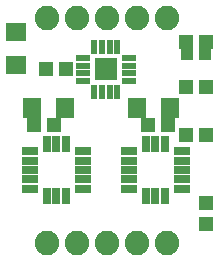
<source format=gts>
G75*
G70*
%OFA0B0*%
%FSLAX24Y24*%
%IPPOS*%
%LPD*%
%AMOC8*
5,1,8,0,0,1.08239X$1,22.5*
%
%ADD10R,0.0580X0.0280*%
%ADD11R,0.0280X0.0580*%
%ADD12R,0.0513X0.0474*%
%ADD13C,0.0820*%
%ADD14R,0.0769X0.0769*%
%ADD15R,0.0476X0.0226*%
%ADD16R,0.0226X0.0476*%
%ADD17R,0.0474X0.0513*%
%ADD18R,0.0631X0.0710*%
%ADD19R,0.0395X0.0395*%
%ADD20R,0.0710X0.0631*%
D10*
X001371Y003322D03*
X001371Y003632D03*
X001371Y003942D03*
X001371Y004252D03*
X001371Y004562D03*
X003131Y004562D03*
X003131Y004252D03*
X003131Y003942D03*
X003131Y003632D03*
X003131Y003322D03*
X004671Y003322D03*
X004671Y003632D03*
X004671Y003942D03*
X004671Y004252D03*
X004671Y004562D03*
X006431Y004562D03*
X006431Y004252D03*
X006431Y003942D03*
X006431Y003632D03*
X006431Y003322D03*
D11*
X005861Y003062D03*
X005551Y003062D03*
X005241Y003062D03*
X005241Y004822D03*
X005551Y004822D03*
X005861Y004822D03*
X002561Y004822D03*
X002251Y004822D03*
X001941Y004822D03*
X001941Y003062D03*
X002251Y003062D03*
X002561Y003062D03*
D12*
X002186Y005442D03*
X001517Y005442D03*
X001917Y007292D03*
X002586Y007292D03*
X005317Y005442D03*
X005986Y005442D03*
X006567Y005092D03*
X007236Y005092D03*
X007236Y006692D03*
X006567Y006692D03*
X006567Y008192D03*
X007236Y008192D03*
D13*
X001951Y001492D03*
X002951Y001492D03*
X003951Y001492D03*
X004951Y001492D03*
X005951Y001492D03*
X005951Y008992D03*
X004951Y008992D03*
X003951Y008992D03*
X002951Y008992D03*
X001951Y008992D03*
D14*
X003901Y007292D03*
D15*
X003142Y007420D03*
X003142Y007164D03*
X003142Y006908D03*
X003142Y007676D03*
X004660Y007676D03*
X004660Y007420D03*
X004660Y007164D03*
X004660Y006908D03*
D16*
X004285Y006533D03*
X004029Y006533D03*
X003773Y006533D03*
X003517Y006533D03*
X003517Y008051D03*
X003773Y008051D03*
X004029Y008051D03*
X004285Y008051D03*
D17*
X007251Y002826D03*
X007251Y002157D03*
D18*
X006052Y005992D03*
X004950Y005992D03*
X002552Y005992D03*
X001450Y005992D03*
D19*
X006606Y007792D03*
X007196Y007792D03*
D20*
X000901Y007440D03*
X000901Y008543D03*
M02*

</source>
